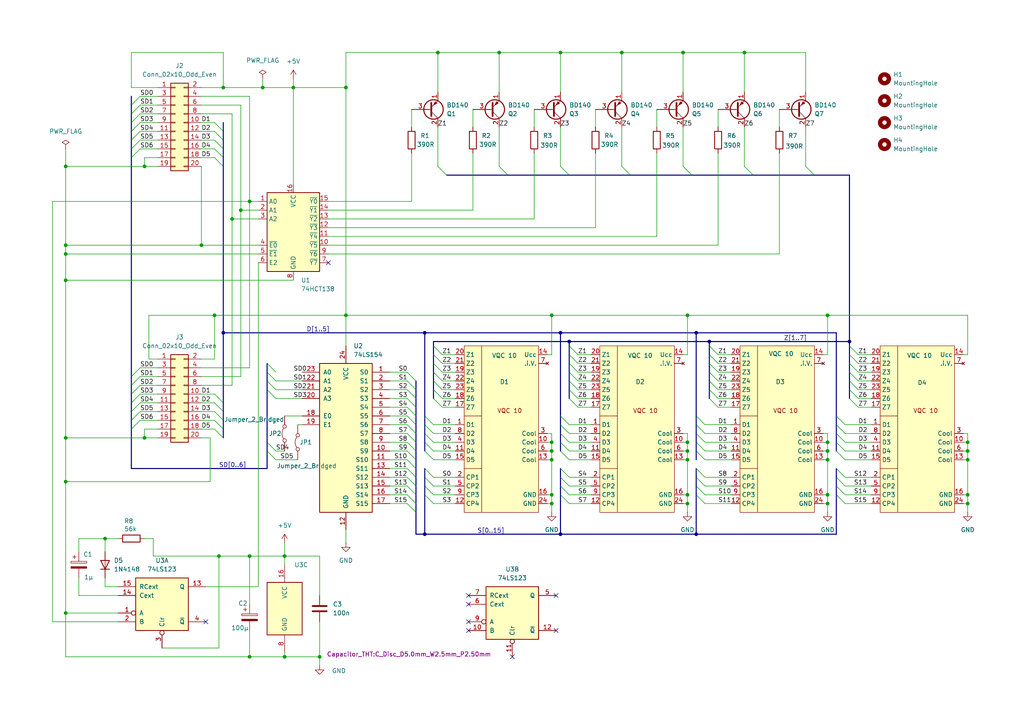
<source format=kicad_sch>
(kicad_sch (version 20250114) (generator "eeschema") (generator_version "9.0")
  (paper "A4")
  (title_block (title "8x VQC10 ohne Controller") (date "2024-05-01") (rev "1.0"))
  (junction (at 19.05 139.7))
  (junction (at 62.23 91.44))
  (junction (at 100.33 91.44))
  (junction (at 76.2 25.4))
  (junction (at 72.39 190.5))
  (junction (at 215.9 15.24))
  (junction (at 280.67 133.35))
  (junction (at 63.5 161.29))
  (junction (at 19.05 177.8))
  (junction (at 240.03 146.05))
  (junction (at 100.33 25.4))
  (junction (at 280.67 146.05))
  (junction (at 72.39 58.42))
  (junction (at 240.03 128.27))
  (junction (at 85.09 25.4))
  (junction (at 72.39 161.29))
  (junction (at 64.77 25.4))
  (junction (at 64.77 96.52))
  (junction (at 67.31 63.5))
  (junction (at 280.67 128.27))
  (junction (at 240.03 143.51))
  (junction (at 199.39 143.51))
  (junction (at 201.93 154.94))
  (junction (at 123.19 96.52))
  (junction (at 58.42 71.12))
  (junction (at 199.39 91.44))
  (junction (at 19.05 81.28))
  (junction (at 165.1 99.06))
  (junction (at 246.38 99.06))
  (junction (at 92.71 190.5))
  (junction (at 69.85 60.96))
  (junction (at 162.56 154.94))
  (junction (at 19.05 127))
  (junction (at 82.55 161.29))
  (junction (at 180.34 15.24))
  (junction (at 127 15.24))
  (junction (at 240.03 133.35))
  (junction (at 160.02 91.44))
  (junction (at 240.03 91.44))
  (junction (at 19.05 71.12))
  (junction (at 123.19 154.94))
  (junction (at 19.05 48.26))
  (junction (at 162.56 15.24))
  (junction (at 162.56 96.52))
  (junction (at 199.39 146.05))
  (junction (at 30.48 156.21))
  (junction (at 41.91 127))
  (junction (at 160.02 133.35))
  (junction (at 280.67 143.51))
  (junction (at 160.02 130.81))
  (junction (at 199.39 130.81))
  (junction (at 198.12 15.24))
  (junction (at 280.67 130.81))
  (junction (at 19.05 73.66))
  (junction (at 199.39 133.35))
  (junction (at 205.74 99.06))
  (junction (at 201.93 96.52))
  (junction (at 160.02 146.05))
  (junction (at 160.02 143.51))
  (junction (at 199.39 128.27))
  (junction (at 82.55 190.5))
  (junction (at 240.03 130.81))
  (junction (at 144.78 15.24))
  (junction (at 41.91 48.26))
  (junction (at 160.02 128.27))
  (no_connect (at 161.29 172.72))
  (no_connect (at 161.29 182.88))
  (no_connect (at 135.89 180.34))
  (no_connect (at 95.25 76.2))
  (no_connect (at 135.89 172.72))
  (no_connect (at 135.89 175.26))
  (no_connect (at 135.89 182.88))
  (no_connect (at 59.69 180.34))
  (no_connect (at 148.59 190.5))
  (bus_entry (at 123.19 125.73) (size 2.54 2.54))
  (bus_entry (at 246.38 113.03) (size 2.54 2.54))
  (bus_entry (at 38.1 114.3) (size 2.54 -2.54))
  (bus_entry (at 77.47 110.49) (size 2.54 2.54))
  (bus_entry (at 205.74 113.03) (size 2.54 2.54))
  (bus_entry (at 162.56 120.65) (size 2.54 2.54))
  (bus_entry (at 205.74 107.95) (size 2.54 2.54))
  (bus_entry (at 165.1 113.03) (size 2.54 2.54))
  (bus_entry (at 118.11 120.65) (size 2.54 2.54))
  (bus_entry (at 38.1 109.22) (size 2.54 -2.54))
  (bus_entry (at 165.1 110.49) (size 2.54 2.54))
  (bus_entry (at 64.77 127) (size -2.54 -2.54))
  (bus_entry (at 38.1 124.46) (size 2.54 -2.54))
  (bus_entry (at 118.11 123.19) (size 2.54 2.54))
  (bus_entry (at 205.74 102.87) (size 2.54 2.54))
  (bus_entry (at 162.56 123.19) (size 2.54 2.54))
  (bus_entry (at 118.11 125.73) (size 2.54 2.54))
  (bus_entry (at 165.1 115.57) (size 2.54 2.54))
  (bus_entry (at 242.57 130.81) (size 2.54 2.54))
  (bus_entry (at 246.38 115.57) (size 2.54 2.54))
  (bus_entry (at 38.1 30.48) (size 2.54 -2.54))
  (bus_entry (at 77.47 113.03) (size 2.54 2.54))
  (bus_entry (at 162.56 125.73) (size 2.54 2.54))
  (bus_entry (at 64.77 48.26) (size -2.54 -2.54))
  (bus_entry (at 125.73 115.57) (size 2.54 2.54))
  (bus_entry (at 125.73 113.03) (size 2.54 2.54))
  (bus_entry (at 162.56 140.97) (size 2.54 2.54))
  (bus_entry (at 165.1 105.41) (size 2.54 2.54))
  (bus_entry (at 242.57 140.97) (size 2.54 2.54))
  (bus_entry (at 201.93 125.73) (size 2.54 2.54))
  (bus_entry (at 118.11 130.81) (size 2.54 2.54))
  (bus_entry (at 38.1 40.64) (size 2.54 -2.54))
  (bus_entry (at 38.1 121.92) (size 2.54 -2.54))
  (bus_entry (at 125.73 102.87) (size 2.54 2.54))
  (bus_entry (at 201.93 128.27) (size 2.54 2.54))
  (bus_entry (at 38.1 35.56) (size 2.54 -2.54))
  (bus_entry (at 77.47 105.41) (size 2.54 2.54))
  (bus_entry (at 118.11 118.11) (size 2.54 2.54))
  (bus_entry (at 38.1 111.76) (size 2.54 -2.54))
  (bus_entry (at 162.56 128.27) (size 2.54 2.54))
  (bus_entry (at 125.73 107.95) (size 2.54 2.54))
  (bus_entry (at 77.47 130.81) (size 2.54 2.54))
  (bus_entry (at 123.19 123.19) (size 2.54 2.54))
  (bus_entry (at 246.38 105.41) (size 2.54 2.54))
  (bus_entry (at 201.93 138.43) (size 2.54 2.54))
  (bus_entry (at 77.47 128.27) (size 2.54 2.54))
  (bus_entry (at 201.93 123.19) (size 2.54 2.54))
  (bus_entry (at 201.93 140.97) (size 2.54 2.54))
  (bus_entry (at 201.93 143.51) (size 2.54 2.54))
  (bus_entry (at 242.57 120.65) (size 2.54 2.54))
  (bus_entry (at 123.19 140.97) (size 2.54 2.54))
  (bus_entry (at 118.11 107.95) (size 2.54 2.54))
  (bus_entry (at 165.1 100.33) (size 2.54 2.54))
  (bus_entry (at 38.1 33.02) (size 2.54 -2.54))
  (bus_entry (at 200.66 50.8) (size -2.54 -2.54))
  (bus_entry (at 201.93 120.65) (size 2.54 2.54))
  (bus_entry (at 125.73 110.49) (size 2.54 2.54))
  (bus_entry (at 123.19 128.27) (size 2.54 2.54))
  (bus_entry (at 64.77 124.46) (size -2.54 -2.54))
  (bus_entry (at 38.1 45.72) (size 2.54 -2.54))
  (bus_entry (at 118.11 133.35) (size 2.54 2.54))
  (bus_entry (at 242.57 143.51) (size 2.54 2.54))
  (bus_entry (at 242.57 138.43) (size 2.54 2.54))
  (bus_entry (at 123.19 138.43) (size 2.54 2.54))
  (bus_entry (at 246.38 102.87) (size 2.54 2.54))
  (bus_entry (at 38.1 43.18) (size 2.54 -2.54))
  (bus_entry (at 123.19 130.81) (size 2.54 2.54))
  (bus_entry (at 118.11 135.89) (size 2.54 2.54))
  (bus_entry (at 64.77 43.18) (size -2.54 -2.54))
  (bus_entry (at 205.74 105.41) (size 2.54 2.54))
  (bus_entry (at 236.22 50.8) (size -2.54 -2.54))
  (bus_entry (at 38.1 116.84) (size 2.54 -2.54))
  (bus_entry (at 118.11 128.27) (size 2.54 2.54))
  (bus_entry (at 118.11 113.03) (size 2.54 2.54))
  (bus_entry (at 118.11 115.57) (size 2.54 2.54))
  (bus_entry (at 165.1 102.87) (size 2.54 2.54))
  (bus_entry (at 205.74 100.33) (size 2.54 2.54))
  (bus_entry (at 125.73 105.41) (size 2.54 2.54))
  (bus_entry (at 118.11 143.51) (size 2.54 2.54))
  (bus_entry (at 246.38 110.49) (size 2.54 2.54))
  (bus_entry (at 162.56 143.51) (size 2.54 2.54))
  (bus_entry (at 162.56 135.89) (size 2.54 2.54))
  (bus_entry (at 205.74 115.57) (size 2.54 2.54))
  (bus_entry (at 64.77 116.84) (size -2.54 -2.54))
  (bus_entry (at 123.19 135.89) (size 2.54 2.54))
  (bus_entry (at 242.57 125.73) (size 2.54 2.54))
  (bus_entry (at 123.19 120.65) (size 2.54 2.54))
  (bus_entry (at 125.73 100.33) (size 2.54 2.54))
  (bus_entry (at 246.38 100.33) (size 2.54 2.54))
  (bus_entry (at 162.56 138.43) (size 2.54 2.54))
  (bus_entry (at 218.44 50.8) (size -2.54 -2.54))
  (bus_entry (at 242.57 123.19) (size 2.54 2.54))
  (bus_entry (at 165.1 50.8) (size -2.54 -2.54))
  (bus_entry (at 118.11 146.05) (size 2.54 2.54))
  (bus_entry (at 123.19 143.51) (size 2.54 2.54))
  (bus_entry (at 147.32 50.8) (size -2.54 -2.54))
  (bus_entry (at 242.57 135.89) (size 2.54 2.54))
  (bus_entry (at 38.1 119.38) (size 2.54 -2.54))
  (bus_entry (at 165.1 107.95) (size 2.54 2.54))
  (bus_entry (at 64.77 45.72) (size -2.54 -2.54))
  (bus_entry (at 64.77 38.1) (size -2.54 -2.54))
  (bus_entry (at 205.74 110.49) (size 2.54 2.54))
  (bus_entry (at 201.93 130.81) (size 2.54 2.54))
  (bus_entry (at 242.57 128.27) (size 2.54 2.54))
  (bus_entry (at 201.93 135.89) (size 2.54 2.54))
  (bus_entry (at 64.77 121.92) (size -2.54 -2.54))
  (bus_entry (at 38.1 38.1) (size 2.54 -2.54))
  (bus_entry (at 246.38 107.95) (size 2.54 2.54))
  (bus_entry (at 118.11 138.43) (size 2.54 2.54))
  (bus_entry (at 120.65 143.51) (size -2.54 -2.54))
  (bus_entry (at 118.11 110.49) (size 2.54 2.54))
  (bus_entry (at 77.47 107.95) (size 2.54 2.54))
  (bus_entry (at 64.77 40.64) (size -2.54 -2.54))
  (bus_entry (at 182.88 50.8) (size -2.54 -2.54))
  (bus_entry (at 162.56 130.81) (size 2.54 2.54))
  (bus_entry (at 64.77 119.38) (size -2.54 -2.54))
  (bus_entry (at 129.54 50.8) (size -2.54 -2.54))
  (bus (pts (xy 200.66 50.8) (xy 218.44 50.8)))
  (wire (pts (xy 100.33 15.24) (xy 100.33 25.4)))
  (bus (pts (xy 64.77 40.64) (xy 64.77 43.18)))
  (wire (pts (xy 238.76 133.35) (xy 240.03 133.35)))
  (wire (pts (xy 127 36.83) (xy 127 48.26)))
  (bus (pts (xy 64.77 96.52) (xy 123.19 96.52)))
  (bus (pts (xy 38.1 109.22) (xy 38.1 111.76)))
  (wire (pts (xy 158.75 146.05) (xy 160.02 146.05)))
  (wire (pts (xy 238.76 143.51) (xy 240.03 143.51)))
  (wire (pts (xy 198.12 130.81) (xy 199.39 130.81)))
  (wire (pts (xy 72.39 182.88) (xy 72.39 190.5)))
  (wire (pts (xy 245.11 146.05) (xy 252.73 146.05)))
  (wire (pts (xy 69.85 60.96) (xy 74.93 60.96)))
  (wire (pts (xy 190.5 44.45) (xy 190.5 68.58)))
  (bus (pts (xy 38.1 114.3) (xy 38.1 116.84)))
  (wire (pts (xy 204.47 123.19) (xy 212.09 123.19)))
  (wire (pts (xy 62.23 91.44) (xy 100.33 91.44)))
  (bus (pts (xy 165.1 100.33) (xy 165.1 102.87)))
  (wire (pts (xy 92.71 190.5) (xy 92.71 193.04)))
  (wire (pts (xy 58.42 35.56) (xy 62.23 35.56)))
  (wire (pts (xy 125.73 125.73) (xy 132.08 125.73)))
  (wire (pts (xy 165.1 133.35) (xy 171.45 133.35)))
  (bus (pts (xy 165.1 113.03) (xy 165.1 115.57)))
  (wire (pts (xy 245.11 128.27) (xy 252.73 128.27)))
  (wire (pts (xy 128.27 115.57) (xy 132.08 115.57)))
  (bus (pts (xy 162.56 96.52) (xy 201.93 96.52)))
  (wire (pts (xy 64.77 25.4) (xy 76.2 25.4)))
  (wire (pts (xy 100.33 25.4) (xy 100.33 91.44)))
  (wire (pts (xy 30.48 170.18) (xy 34.29 170.18)))
  (wire (pts (xy 144.78 36.83) (xy 144.78 48.26)))
  (wire (pts (xy 72.39 161.29) (xy 82.55 161.29)))
  (wire (pts (xy 204.47 140.97) (xy 212.09 140.97)))
  (bus (pts (xy 38.1 27.94) (xy 38.1 30.48)))
  (wire (pts (xy 167.64 107.95) (xy 171.45 107.95)))
  (bus (pts (xy 242.57 125.73) (xy 242.57 123.19)))
  (wire (pts (xy 167.64 115.57) (xy 171.45 115.57)))
  (wire (pts (xy 113.03 107.95) (xy 118.11 107.95)))
  (wire (pts (xy 248.92 107.95) (xy 252.73 107.95)))
  (bus (pts (xy 205.74 100.33) (xy 205.74 102.87)))
  (wire (pts (xy 119.38 44.45) (xy 119.38 58.42)))
  (wire (pts (xy 199.39 128.27) (xy 199.39 130.81)))
  (bus (pts (xy 246.38 113.03) (xy 246.38 115.57)))
  (wire (pts (xy 72.39 106.68) (xy 58.42 106.68)))
  (bus (pts (xy 120.65 148.59) (xy 120.65 154.94)))
  (wire (pts (xy 125.73 128.27) (xy 132.08 128.27)))
  (wire (pts (xy 44.45 156.21) (xy 44.45 161.29)))
  (wire (pts (xy 113.03 120.65) (xy 118.11 120.65)))
  (wire (pts (xy 208.28 115.57) (xy 212.09 115.57)))
  (wire (pts (xy 113.03 138.43) (xy 118.11 138.43)))
  (wire (pts (xy 19.05 127) (xy 41.91 127)))
  (wire (pts (xy 19.05 177.8) (xy 34.29 177.8)))
  (wire (pts (xy 233.68 26.67) (xy 233.68 15.24)))
  (wire (pts (xy 125.73 138.43) (xy 132.08 138.43)))
  (wire (pts (xy 128.27 102.87) (xy 132.08 102.87)))
  (wire (pts (xy 128.27 118.11) (xy 132.08 118.11)))
  (wire (pts (xy 167.64 113.03) (xy 171.45 113.03)))
  (wire (pts (xy 80.01 130.81) (xy 82.55 130.81)))
  (wire (pts (xy 34.29 156.21) (xy 30.48 156.21)))
  (wire (pts (xy 144.78 15.24) (xy 144.78 26.67)))
  (wire (pts (xy 198.12 36.83) (xy 198.12 48.26)))
  (wire (pts (xy 19.05 190.5) (xy 72.39 190.5)))
  (wire (pts (xy 100.33 91.44) (xy 100.33 100.33)))
  (bus (pts (xy 242.57 128.27) (xy 242.57 125.73)))
  (wire (pts (xy 40.64 109.22) (xy 45.72 109.22)))
  (wire (pts (xy 92.71 172.72) (xy 92.71 161.29)))
  (wire (pts (xy 40.64 30.48) (xy 45.72 30.48)))
  (bus (pts (xy 162.56 135.89) (xy 162.56 138.43)))
  (wire (pts (xy 38.1 25.4) (xy 45.72 25.4)))
  (wire (pts (xy 113.03 146.05) (xy 118.11 146.05)))
  (wire (pts (xy 208.28 44.45) (xy 208.28 71.12)))
  (wire (pts (xy 58.42 30.48) (xy 69.85 30.48)))
  (wire (pts (xy 46.99 187.96) (xy 63.5 187.96)))
  (wire (pts (xy 279.4 102.87) (xy 280.67 102.87)))
  (wire (pts (xy 167.64 118.11) (xy 171.45 118.11)))
  (bus (pts (xy 125.73 100.33) (xy 125.73 102.87)))
  (wire (pts (xy 198.12 15.24) (xy 215.9 15.24)))
  (wire (pts (xy 165.1 146.05) (xy 171.45 146.05)))
  (wire (pts (xy 208.28 105.41) (xy 212.09 105.41)))
  (wire (pts (xy 245.11 125.73) (xy 252.73 125.73)))
  (bus (pts (xy 123.19 120.65) (xy 123.19 123.19)))
  (wire (pts (xy 58.42 71.12) (xy 74.93 71.12)))
  (bus (pts (xy 205.74 107.95) (xy 205.74 110.49)))
  (wire (pts (xy 208.28 102.87) (xy 212.09 102.87)))
  (wire (pts (xy 226.06 73.66) (xy 95.25 73.66)))
  (bus (pts (xy 242.57 123.19) (xy 242.57 120.65)))
  (wire (pts (xy 40.64 38.1) (xy 45.72 38.1)))
  (wire (pts (xy 280.67 146.05) (xy 280.67 148.59)))
  (wire (pts (xy 40.64 27.94) (xy 45.72 27.94)))
  (wire (pts (xy 45.72 124.46) (xy 41.91 124.46)))
  (bus (pts (xy 125.73 105.41) (xy 125.73 107.95)))
  (bus (pts (xy 129.54 50.8) (xy 147.32 50.8)))
  (bus (pts (xy 38.1 116.84) (xy 38.1 119.38)))
  (wire (pts (xy 180.34 15.24) (xy 198.12 15.24)))
  (wire (pts (xy 158.75 125.73) (xy 160.02 125.73)))
  (wire (pts (xy 113.03 115.57) (xy 118.11 115.57)))
  (bus (pts (xy 123.19 138.43) (xy 123.19 140.97)))
  (wire (pts (xy 167.64 102.87) (xy 171.45 102.87)))
  (wire (pts (xy 113.03 123.19) (xy 118.11 123.19)))
  (wire (pts (xy 19.05 81.28) (xy 85.09 81.28)))
  (bus (pts (xy 201.93 154.94) (xy 242.57 154.94)))
  (wire (pts (xy 85.09 25.4) (xy 100.33 25.4)))
  (wire (pts (xy 58.42 124.46) (xy 62.23 124.46)))
  (wire (pts (xy 158.75 128.27) (xy 160.02 128.27)))
  (bus (pts (xy 38.1 43.18) (xy 38.1 45.72)))
  (bus (pts (xy 120.65 128.27) (xy 120.65 130.81)))
  (wire (pts (xy 240.03 125.73) (xy 240.03 128.27)))
  (bus (pts (xy 242.57 138.43) (xy 242.57 140.97)))
  (bus (pts (xy 246.38 100.33) (xy 246.38 102.87)))
  (bus (pts (xy 38.1 121.92) (xy 38.1 124.46)))
  (bus (pts (xy 162.56 120.65) (xy 162.56 123.19)))
  (wire (pts (xy 160.02 143.51) (xy 160.02 146.05)))
  (bus (pts (xy 38.1 38.1) (xy 38.1 40.64)))
  (wire (pts (xy 172.72 66.04) (xy 95.25 66.04)))
  (wire (pts (xy 19.05 81.28) (xy 19.05 127)))
  (wire (pts (xy 58.42 33.02) (xy 67.31 33.02)))
  (wire (pts (xy 85.09 25.4) (xy 85.09 53.34)))
  (wire (pts (xy 41.91 45.72) (xy 41.91 48.26)))
  (bus (pts (xy 120.65 146.05) (xy 120.65 148.59)))
  (wire (pts (xy 162.56 36.83) (xy 162.56 48.26)))
  (wire (pts (xy 58.42 40.64) (xy 62.23 40.64)))
  (bus (pts (xy 123.19 128.27) (xy 123.19 130.81)))
  (wire (pts (xy 85.09 22.86) (xy 85.09 25.4)))
  (bus (pts (xy 165.1 99.06) (xy 205.74 99.06)))
  (wire (pts (xy 41.91 127) (xy 45.72 127)))
  (bus (pts (xy 201.93 143.51) (xy 201.93 154.94)))
  (bus (pts (xy 162.56 123.19) (xy 162.56 125.73)))
  (wire (pts (xy 80.01 133.35) (xy 86.36 133.35)))
  (wire (pts (xy 40.64 43.18) (xy 45.72 43.18)))
  (wire (pts (xy 208.28 107.95) (xy 212.09 107.95)))
  (wire (pts (xy 128.27 107.95) (xy 132.08 107.95)))
  (bus (pts (xy 77.47 128.27) (xy 77.47 130.81)))
  (wire (pts (xy 58.42 127) (xy 60.96 127)))
  (bus (pts (xy 38.1 33.02) (xy 38.1 35.56)))
  (wire (pts (xy 160.02 133.35) (xy 160.02 143.51)))
  (wire (pts (xy 113.03 133.35) (xy 118.11 133.35)))
  (wire (pts (xy 58.42 114.3) (xy 62.23 114.3)))
  (wire (pts (xy 154.94 63.5) (xy 95.25 63.5)))
  (wire (pts (xy 119.38 58.42) (xy 95.25 58.42)))
  (wire (pts (xy 74.93 76.2) (xy 74.93 170.18)))
  (wire (pts (xy 60.96 127) (xy 60.96 139.7)))
  (wire (pts (xy 72.39 27.94) (xy 72.39 58.42)))
  (bus (pts (xy 205.74 99.06) (xy 246.38 99.06)))
  (bus (pts (xy 120.65 138.43) (xy 120.65 140.97)))
  (bus (pts (xy 201.93 120.65) (xy 201.93 123.19)))
  (wire (pts (xy 199.39 143.51) (xy 199.39 146.05)))
  (wire (pts (xy 82.55 161.29) (xy 82.55 163.83)))
  (wire (pts (xy 125.73 123.19) (xy 132.08 123.19)))
  (wire (pts (xy 238.76 146.05) (xy 240.03 146.05)))
  (wire (pts (xy 100.33 91.44) (xy 160.02 91.44)))
  (wire (pts (xy 198.12 128.27) (xy 199.39 128.27)))
  (bus (pts (xy 218.44 50.8) (xy 236.22 50.8)))
  (wire (pts (xy 19.05 48.26) (xy 41.91 48.26)))
  (wire (pts (xy 30.48 167.64) (xy 30.48 170.18)))
  (wire (pts (xy 248.92 118.11) (xy 252.73 118.11)))
  (wire (pts (xy 279.4 125.73) (xy 280.67 125.73)))
  (wire (pts (xy 144.78 15.24) (xy 162.56 15.24)))
  (bus (pts (xy 165.1 107.95) (xy 165.1 110.49)))
  (wire (pts (xy 43.18 104.14) (xy 45.72 104.14)))
  (wire (pts (xy 204.47 143.51) (xy 212.09 143.51)))
  (wire (pts (xy 215.9 36.83) (xy 215.9 48.26)))
  (wire (pts (xy 82.55 157.48) (xy 82.55 161.29)))
  (bus (pts (xy 201.93 123.19) (xy 201.93 125.73)))
  (wire (pts (xy 113.03 140.97) (xy 118.11 140.97)))
  (wire (pts (xy 19.05 71.12) (xy 19.05 73.66)))
  (bus (pts (xy 123.19 143.51) (xy 123.19 154.94)))
  (wire (pts (xy 199.39 130.81) (xy 199.39 133.35)))
  (wire (pts (xy 280.67 133.35) (xy 280.67 130.81)))
  (wire (pts (xy 100.33 153.67) (xy 100.33 157.48)))
  (bus (pts (xy 201.93 140.97) (xy 201.93 143.51)))
  (wire (pts (xy 64.77 15.24) (xy 64.77 25.4)))
  (wire (pts (xy 280.67 146.05) (xy 280.67 143.51)))
  (wire (pts (xy 58.42 45.72) (xy 62.23 45.72)))
  (bus (pts (xy 120.65 120.65) (xy 120.65 123.19)))
  (wire (pts (xy 165.1 123.19) (xy 171.45 123.19)))
  (wire (pts (xy 38.1 15.24) (xy 64.77 15.24)))
  (wire (pts (xy 165.1 128.27) (xy 171.45 128.27)))
  (bus (pts (xy 246.38 99.06) (xy 246.38 100.33)))
  (wire (pts (xy 100.33 15.24) (xy 127 15.24)))
  (wire (pts (xy 67.31 111.76) (xy 58.42 111.76)))
  (wire (pts (xy 208.28 110.49) (xy 212.09 110.49)))
  (wire (pts (xy 199.39 146.05) (xy 199.39 148.59)))
  (wire (pts (xy 160.02 91.44) (xy 199.39 91.44)))
  (bus (pts (xy 64.77 121.92) (xy 64.77 124.46)))
  (bus (pts (xy 201.93 96.52) (xy 201.93 120.65)))
  (wire (pts (xy 172.72 31.75) (xy 172.72 36.83)))
  (wire (pts (xy 58.42 119.38) (xy 62.23 119.38)))
  (wire (pts (xy 208.28 113.03) (xy 212.09 113.03)))
  (wire (pts (xy 125.73 146.05) (xy 132.08 146.05)))
  (wire (pts (xy 62.23 104.14) (xy 62.23 91.44)))
  (wire (pts (xy 233.68 36.83) (xy 233.68 48.26)))
  (wire (pts (xy 19.05 139.7) (xy 19.05 177.8)))
  (wire (pts (xy 69.85 60.96) (xy 69.85 109.22)))
  (wire (pts (xy 238.76 102.87) (xy 240.03 102.87)))
  (wire (pts (xy 58.42 104.14) (xy 62.23 104.14)))
  (wire (pts (xy 279.4 130.81) (xy 280.67 130.81)))
  (wire (pts (xy 82.55 189.23) (xy 82.55 190.5)))
  (wire (pts (xy 82.55 120.65) (xy 87.63 120.65)))
  (wire (pts (xy 41.91 156.21) (xy 44.45 156.21)))
  (wire (pts (xy 58.42 116.84) (xy 62.23 116.84)))
  (bus (pts (xy 125.73 110.49) (xy 125.73 113.03)))
  (wire (pts (xy 137.16 44.45) (xy 137.16 60.96)))
  (bus (pts (xy 38.1 119.38) (xy 38.1 121.92)))
  (wire (pts (xy 279.4 128.27) (xy 280.67 128.27)))
  (wire (pts (xy 113.03 125.73) (xy 118.11 125.73)))
  (bus (pts (xy 205.74 105.41) (xy 205.74 107.95)))
  (bus (pts (xy 123.19 96.52) (xy 123.19 120.65)))
  (bus (pts (xy 162.56 138.43) (xy 162.56 140.97)))
  (wire (pts (xy 40.64 33.02) (xy 45.72 33.02)))
  (wire (pts (xy 92.71 161.29) (xy 82.55 161.29)))
  (wire (pts (xy 245.11 133.35) (xy 252.73 133.35)))
  (wire (pts (xy 245.11 130.81) (xy 252.73 130.81)))
  (wire (pts (xy 34.29 180.34) (xy 15.24 180.34)))
  (bus (pts (xy 147.32 50.8) (xy 165.1 50.8)))
  (bus (pts (xy 246.38 102.87) (xy 246.38 105.41)))
  (wire (pts (xy 72.39 58.42) (xy 74.93 58.42)))
  (bus (pts (xy 205.74 110.49) (xy 205.74 113.03)))
  (wire (pts (xy 87.63 123.19) (xy 86.36 123.19)))
  (wire (pts (xy 67.31 33.02) (xy 67.31 63.5)))
  (wire (pts (xy 128.27 105.41) (xy 132.08 105.41)))
  (bus (pts (xy 242.57 96.52) (xy 242.57 120.65)))
  (bus (pts (xy 64.77 35.56) (xy 64.77 38.1)))
  (wire (pts (xy 158.75 143.51) (xy 160.02 143.51)))
  (wire (pts (xy 41.91 124.46) (xy 41.91 127)))
  (wire (pts (xy 279.4 143.51) (xy 280.67 143.51)))
  (wire (pts (xy 160.02 146.05) (xy 160.02 148.59)))
  (wire (pts (xy 72.39 190.5) (xy 82.55 190.5)))
  (wire (pts (xy 180.34 15.24) (xy 180.34 26.67)))
  (wire (pts (xy 280.67 91.44) (xy 280.67 102.87)))
  (bus (pts (xy 162.56 154.94) (xy 201.93 154.94)))
  (wire (pts (xy 40.64 119.38) (xy 45.72 119.38)))
  (wire (pts (xy 137.16 31.75) (xy 137.16 36.83)))
  (wire (pts (xy 199.39 91.44) (xy 199.39 102.87)))
  (wire (pts (xy 19.05 48.26) (xy 19.05 71.12)))
  (wire (pts (xy 15.24 58.42) (xy 72.39 58.42)))
  (wire (pts (xy 127 26.67) (xy 127 15.24)))
  (wire (pts (xy 43.18 91.44) (xy 62.23 91.44)))
  (wire (pts (xy 40.64 114.3) (xy 45.72 114.3)))
  (wire (pts (xy 60.96 139.7) (xy 19.05 139.7)))
  (bus (pts (xy 120.65 143.51) (xy 120.65 146.05)))
  (bus (pts (xy 201.93 135.89) (xy 201.93 138.43)))
  (wire (pts (xy 199.39 91.44) (xy 240.03 91.44)))
  (wire (pts (xy 76.2 22.86) (xy 76.2 25.4)))
  (bus (pts (xy 123.19 125.73) (xy 123.19 128.27)))
  (wire (pts (xy 162.56 15.24) (xy 180.34 15.24)))
  (wire (pts (xy 238.76 125.73) (xy 240.03 125.73)))
  (bus (pts (xy 38.1 45.72) (xy 38.1 109.22)))
  (bus (pts (xy 64.77 96.52) (xy 64.77 116.84)))
  (wire (pts (xy 74.93 170.18) (xy 59.69 170.18)))
  (wire (pts (xy 208.28 118.11) (xy 212.09 118.11)))
  (bus (pts (xy 123.19 123.19) (xy 123.19 125.73)))
  (wire (pts (xy 280.67 125.73) (xy 280.67 128.27)))
  (bus (pts (xy 205.74 99.06) (xy 205.74 100.33)))
  (wire (pts (xy 160.02 125.73) (xy 160.02 128.27)))
  (wire (pts (xy 226.06 44.45) (xy 226.06 73.66)))
  (wire (pts (xy 204.47 138.43) (xy 212.09 138.43)))
  (wire (pts (xy 279.4 133.35) (xy 280.67 133.35)))
  (bus (pts (xy 120.65 140.97) (xy 120.65 143.51)))
  (wire (pts (xy 165.1 130.81) (xy 171.45 130.81)))
  (wire (pts (xy 19.05 73.66) (xy 19.05 81.28)))
  (bus (pts (xy 64.77 124.46) (xy 64.77 127)))
  (bus (pts (xy 38.1 40.64) (xy 38.1 43.18)))
  (wire (pts (xy 82.55 190.5) (xy 92.71 190.5)))
  (bus (pts (xy 201.93 125.73) (xy 201.93 128.27)))
  (wire (pts (xy 119.38 31.75) (xy 119.38 36.83)))
  (bus (pts (xy 38.1 124.46) (xy 38.1 135.89)))
  (bus (pts (xy 77.47 130.81) (xy 77.47 135.89)))
  (bus (pts (xy 38.1 30.48) (xy 38.1 33.02)))
  (bus (pts (xy 201.93 128.27) (xy 201.93 130.81)))
  (wire (pts (xy 240.03 91.44) (xy 240.03 102.87)))
  (bus (pts (xy 120.65 118.11) (xy 120.65 120.65)))
  (wire (pts (xy 19.05 127) (xy 19.05 139.7)))
  (wire (pts (xy 58.42 27.94) (xy 72.39 27.94)))
  (wire (pts (xy 72.39 175.26) (xy 72.39 161.29)))
  (wire (pts (xy 41.91 48.26) (xy 45.72 48.26)))
  (bus (pts (xy 162.56 140.97) (xy 162.56 143.51)))
  (wire (pts (xy 240.03 130.81) (xy 240.03 133.35)))
  (wire (pts (xy 204.47 128.27) (xy 212.09 128.27)))
  (bus (pts (xy 182.88 50.8) (xy 200.66 50.8)))
  (bus (pts (xy 64.77 38.1) (xy 64.77 40.64)))
  (wire (pts (xy 128.27 110.49) (xy 132.08 110.49)))
  (wire (pts (xy 19.05 73.66) (xy 74.93 73.66)))
  (wire (pts (xy 248.92 102.87) (xy 252.73 102.87)))
  (wire (pts (xy 40.64 116.84) (xy 45.72 116.84)))
  (wire (pts (xy 113.03 110.49) (xy 118.11 110.49)))
  (wire (pts (xy 226.06 31.75) (xy 226.06 36.83)))
  (bus (pts (xy 38.1 35.56) (xy 38.1 38.1)))
  (wire (pts (xy 30.48 156.21) (xy 30.48 160.02)))
  (bus (pts (xy 77.47 110.49) (xy 77.47 113.03)))
  (wire (pts (xy 158.75 102.87) (xy 160.02 102.87)))
  (wire (pts (xy 162.56 15.24) (xy 162.56 26.67)))
  (wire (pts (xy 208.28 71.12) (xy 95.25 71.12)))
  (bus (pts (xy 162.56 128.27) (xy 162.56 130.81)))
  (wire (pts (xy 198.12 125.73) (xy 199.39 125.73)))
  (wire (pts (xy 167.64 105.41) (xy 171.45 105.41)))
  (wire (pts (xy 248.92 115.57) (xy 252.73 115.57)))
  (wire (pts (xy 113.03 128.27) (xy 118.11 128.27)))
  (wire (pts (xy 165.1 143.51) (xy 171.45 143.51)))
  (bus (pts (xy 201.93 130.81) (xy 201.93 133.35)))
  (bus (pts (xy 64.77 45.72) (xy 64.77 48.26)))
  (wire (pts (xy 199.39 133.35) (xy 199.39 143.51)))
  (bus (pts (xy 242.57 130.81) (xy 242.57 128.27)))
  (wire (pts (xy 113.03 143.51) (xy 118.11 143.51)))
  (bus (pts (xy 120.65 130.81) (xy 120.65 133.35)))
  (wire (pts (xy 198.12 15.24) (xy 198.12 26.67)))
  (wire (pts (xy 240.03 143.51) (xy 240.03 146.05)))
  (wire (pts (xy 15.24 180.34) (xy 15.24 58.42)))
  (wire (pts (xy 165.1 140.97) (xy 171.45 140.97)))
  (wire (pts (xy 198.12 143.51) (xy 199.39 143.51)))
  (wire (pts (xy 248.92 113.03) (xy 252.73 113.03)))
  (wire (pts (xy 22.86 167.64) (xy 22.86 172.72)))
  (wire (pts (xy 19.05 177.8) (xy 19.05 190.5)))
  (wire (pts (xy 40.64 40.64) (xy 45.72 40.64)))
  (bus (pts (xy 123.19 96.52) (xy 162.56 96.52)))
  (wire (pts (xy 204.47 146.05) (xy 212.09 146.05)))
  (wire (pts (xy 238.76 128.27) (xy 240.03 128.27)))
  (bus (pts (xy 123.19 140.97) (xy 123.19 143.51)))
  (bus (pts (xy 165.1 102.87) (xy 165.1 105.41)))
  (wire (pts (xy 190.5 68.58) (xy 95.25 68.58)))
  (wire (pts (xy 92.71 180.34) (xy 92.71 190.5)))
  (wire (pts (xy 127 15.24) (xy 144.78 15.24)))
  (wire (pts (xy 63.5 161.29) (xy 72.39 161.29)))
  (wire (pts (xy 113.03 118.11) (xy 118.11 118.11)))
  (wire (pts (xy 113.03 135.89) (xy 118.11 135.89)))
  (bus (pts (xy 120.65 135.89) (xy 120.65 138.43)))
  (wire (pts (xy 154.94 31.75) (xy 154.94 36.83)))
  (wire (pts (xy 69.85 109.22) (xy 58.42 109.22)))
  (bus (pts (xy 64.77 43.18) (xy 64.77 45.72)))
  (wire (pts (xy 280.67 133.35) (xy 280.67 143.51)))
  (bus (pts (xy 123.19 154.94) (xy 162.56 154.94)))
  (wire (pts (xy 125.73 133.35) (xy 132.08 133.35)))
  (wire (pts (xy 22.86 156.21) (xy 22.86 160.02)))
  (bus (pts (xy 165.1 110.49) (xy 165.1 113.03)))
  (wire (pts (xy 248.92 110.49) (xy 252.73 110.49)))
  (wire (pts (xy 69.85 30.48) (xy 69.85 60.96)))
  (bus (pts (xy 236.22 50.8) (xy 246.38 50.8)))
  (bus (pts (xy 64.77 116.84) (xy 64.77 119.38)))
  (wire (pts (xy 204.47 133.35) (xy 212.09 133.35)))
  (wire (pts (xy 113.03 113.03) (xy 118.11 113.03)))
  (wire (pts (xy 240.03 128.27) (xy 240.03 130.81)))
  (wire (pts (xy 125.73 143.51) (xy 132.08 143.51)))
  (bus (pts (xy 77.47 105.41) (xy 77.47 107.95)))
  (wire (pts (xy 22.86 172.72) (xy 34.29 172.72)))
  (wire (pts (xy 58.42 25.4) (xy 64.77 25.4)))
  (wire (pts (xy 30.48 156.21) (xy 22.86 156.21)))
  (wire (pts (xy 63.5 187.96) (xy 63.5 161.29)))
  (bus (pts (xy 242.57 135.89) (xy 242.57 138.43)))
  (wire (pts (xy 204.47 130.81) (xy 212.09 130.81)))
  (bus (pts (xy 165.1 99.06) (xy 125.73 99.06)))
  (bus (pts (xy 77.47 107.95) (xy 77.47 110.49)))
  (bus (pts (xy 246.38 110.49) (xy 246.38 113.03)))
  (wire (pts (xy 45.72 45.72) (xy 41.91 45.72)))
  (bus (pts (xy 246.38 50.8) (xy 246.38 99.06)))
  (wire (pts (xy 279.4 146.05) (xy 280.67 146.05)))
  (wire (pts (xy 165.1 138.43) (xy 171.45 138.43)))
  (bus (pts (xy 120.65 113.03) (xy 120.65 115.57)))
  (bus (pts (xy 38.1 111.76) (xy 38.1 114.3)))
  (wire (pts (xy 245.11 138.43) (xy 252.73 138.43)))
  (bus (pts (xy 125.73 102.87) (xy 125.73 105.41)))
  (wire (pts (xy 245.11 140.97) (xy 252.73 140.97)))
  (wire (pts (xy 167.64 110.49) (xy 171.45 110.49)))
  (wire (pts (xy 198.12 146.05) (xy 199.39 146.05)))
  (wire (pts (xy 160.02 128.27) (xy 160.02 130.81)))
  (bus (pts (xy 125.73 107.95) (xy 125.73 110.49)))
  (bus (pts (xy 120.65 125.73) (xy 120.65 128.27)))
  (wire (pts (xy 154.94 44.45) (xy 154.94 63.5)))
  (bus (pts (xy 201.93 96.52) (xy 242.57 96.52)))
  (wire (pts (xy 19.05 71.12) (xy 58.42 71.12)))
  (wire (pts (xy 238.76 130.81) (xy 240.03 130.81)))
  (wire (pts (xy 80.01 110.49) (xy 87.63 110.49)))
  (wire (pts (xy 240.03 91.44) (xy 280.67 91.44)))
  (bus (pts (xy 38.1 135.89) (xy 77.47 135.89)))
  (wire (pts (xy 125.73 130.81) (xy 132.08 130.81)))
  (wire (pts (xy 215.9 15.24) (xy 215.9 26.67)))
  (bus (pts (xy 242.57 140.97) (xy 242.57 143.51)))
  (wire (pts (xy 76.2 25.4) (xy 85.09 25.4)))
  (bus (pts (xy 205.74 102.87) (xy 205.74 105.41)))
  (bus (pts (xy 162.56 143.51) (xy 162.56 154.94)))
  (bus (pts (xy 123.19 135.89) (xy 123.19 138.43)))
  (wire (pts (xy 215.9 15.24) (xy 233.68 15.24)))
  (bus (pts (xy 165.1 50.8) (xy 182.88 50.8)))
  (wire (pts (xy 240.03 133.35) (xy 240.03 143.51)))
  (wire (pts (xy 40.64 106.68) (xy 45.72 106.68)))
  (wire (pts (xy 160.02 91.44) (xy 160.02 102.87)))
  (wire (pts (xy 67.31 63.5) (xy 67.31 111.76)))
  (wire (pts (xy 280.67 130.81) (xy 280.67 128.27)))
  (wire (pts (xy 58.42 43.18) (xy 62.23 43.18)))
  (wire (pts (xy 172.72 44.45) (xy 172.72 66.04)))
  (bus (pts (xy 246.38 105.41) (xy 246.38 107.95)))
  (wire (pts (xy 160.02 130.81) (xy 160.02 133.35)))
  (bus (pts (xy 64.77 119.38) (xy 64.77 121.92)))
  (wire (pts (xy 72.39 58.42) (xy 72.39 106.68)))
  (wire (pts (xy 165.1 125.73) (xy 171.45 125.73)))
  (wire (pts (xy 40.64 35.56) (xy 45.72 35.56)))
  (wire (pts (xy 43.18 91.44) (xy 43.18 104.14)))
  (wire (pts (xy 198.12 102.87) (xy 199.39 102.87)))
  (bus (pts (xy 77.47 113.03) (xy 77.47 128.27)))
  (wire (pts (xy 245.11 143.51) (xy 252.73 143.51)))
  (bus (pts (xy 162.56 125.73) (xy 162.56 128.27)))
  (bus (pts (xy 242.57 143.51) (xy 242.57 154.94)))
  (bus (pts (xy 120.65 154.94) (xy 123.19 154.94)))
  (bus (pts (xy 125.73 113.03) (xy 125.73 115.57)))
  (wire (pts (xy 204.47 125.73) (xy 212.09 125.73)))
  (bus (pts (xy 201.93 138.43) (xy 201.93 140.97)))
  (wire (pts (xy 58.42 48.26) (xy 58.42 71.12)))
  (wire (pts (xy 19.05 43.18) (xy 19.05 48.26)))
  (bus (pts (xy 120.65 123.19) (xy 120.65 125.73)))
  (bus (pts (xy 120.65 133.35) (xy 120.65 135.89)))
  (wire (pts (xy 128.27 113.03) (xy 132.08 113.03)))
  (bus (pts (xy 162.56 96.52) (xy 162.56 120.65)))
  (wire (pts (xy 180.34 36.83) (xy 180.34 48.26)))
  (wire (pts (xy 44.45 161.29) (xy 63.5 161.29)))
  (wire (pts (xy 80.01 113.03) (xy 87.63 113.03)))
  (wire (pts (xy 80.01 115.57) (xy 87.63 115.57)))
  (bus (pts (xy 165.1 99.06) (xy 165.1 100.33)))
  (wire (pts (xy 158.75 133.35) (xy 160.02 133.35)))
  (wire (pts (xy 198.12 133.35) (xy 199.39 133.35)))
  (wire (pts (xy 38.1 15.24) (xy 38.1 25.4)))
  (bus (pts (xy 165.1 105.41) (xy 165.1 107.95)))
  (wire (pts (xy 58.42 121.92) (xy 62.23 121.92)))
  (wire (pts (xy 40.64 111.76) (xy 45.72 111.76)))
  (bus (pts (xy 64.77 48.26) (xy 64.77 96.52)))
  (wire (pts (xy 113.03 130.81) (xy 118.11 130.81)))
  (wire (pts (xy 245.11 123.19) (xy 252.73 123.19)))
  (bus (pts (xy 120.65 110.49) (xy 120.65 113.03)))
  (wire (pts (xy 199.39 125.73) (xy 199.39 128.27)))
  (wire (pts (xy 240.03 146.05) (xy 240.03 148.59)))
  (wire (pts (xy 40.64 121.92) (xy 45.72 121.92)))
  (wire (pts (xy 190.5 31.75) (xy 190.5 36.83)))
  (bus (pts (xy 120.65 115.57) (xy 120.65 118.11)))
  (bus (pts (xy 125.73 99.06) (xy 125.73 100.33)))
  (wire (pts (xy 158.75 130.81) (xy 160.02 130.81)))
  (bus (pts (xy 246.38 107.95) (xy 246.38 110.49)))
  (wire (pts (xy 67.31 63.5) (xy 74.93 63.5)))
  (bus (pts (xy 205.74 113.03) (xy 205.74 115.57)))
  (wire (pts (xy 137.16 60.96) (xy 95.25 60.96)))
  (wire (pts (xy 208.28 31.75) (xy 208.28 36.83)))
  (wire (pts (xy 248.92 105.41) (xy 252.73 105.41)))
  (wire (pts (xy 58.42 38.1) (xy 62.23 38.1)))
  (wire (pts (xy 125.73 140.97) (xy 132.08 140.97)))
  (label "SD5" (at 40.64 40.64 0))
  (label "Z1" (at 127 36.83 0))
  (label "Z4" (at 128.27 110.49 0))
  (label "Z3" (at 162.56 36.83 0))
  (label "Z4" (at 167.64 110.49 0))
  (label "Z5" (at 128.27 113.03 0))
  (label "S0" (at 128.27 138.43 0))
  (label "D1" (at 248.92 123.19 0))
  (label "D1" (at 58.42 114.3 0))
  (label "SD2" (at 85.09 113.03 0))
  (label "SD4" (at 40.64 38.1 0))
  (label "S13" (at 114.3 140.97 0))
  (label "D2" (at 58.42 38.1 0))
  (label "S0" (at 115.57 107.95 0))
  (label "Z6" (at 167.64 115.57 0))
  (label "S7" (at 115.57 125.73 0))
  (label "Z2" (at 144.78 36.83 0))
  (label "Z[1..7]" (at 227.33 99.06 0))
  (label "D1" (at 208.28 123.19 0))
  (label "S7" (at 167.64 146.05 0))
  (label "D5" (at 58.42 45.72 0))
  (label "SD6" (at 40.64 121.92 0))
  (label "D3" (at 208.28 128.27 0))
  (label "D2" (at 208.28 125.73 0))
  (label "Z5" (at 167.64 113.03 0))
  (label "D5" (at 248.92 133.35 0))
  (label "S4" (at 167.64 138.43 0))
  (label "SD1" (at 40.64 109.22 0))
  (label "Z7" (at 167.64 118.11 0))
  (label "SD0" (at 40.64 27.94 0))
  (label "D4" (at 58.42 121.92 0))
  (label "Z3" (at 167.64 107.95 0))
  (label "D1" (at 167.64 123.19 0))
  (label "Z4" (at 208.28 110.49 0))
  (label "Z2" (at 167.64 105.41 0))
  (label "SD5" (at 40.64 119.38 0))
  (label "D4" (at 58.42 43.18 0))
  (label "SD2" (at 40.64 111.76 0))
  (label "Z7" (at 208.28 118.11 0))
  (label "S12" (at 247.65 138.43 0))
  (label "SD1" (at 40.64 30.48 0))
  (label "S12" (at 114.3 138.43 0))
  (label "Z1" (at 248.92 102.87 0))
  (label "Z5" (at 208.28 113.03 0))
  (label "D2" (at 128.27 125.73 0))
  (label "SD3" (at 40.64 35.56 0))
  (label "Z2" (at 208.28 105.41 0))
  (label "Z7" (at 128.27 118.11 0))
  (label "S2" (at 128.27 143.51 0))
  (label "D2" (at 248.92 125.73 0))
  (label "Z4" (at 180.34 36.83 0))
  (label "Z1" (at 128.27 102.87 0))
  (label "S14" (at 247.65 143.51 0))
  (label "Z3" (at 248.92 107.95 0))
  (label "Z7" (at 248.92 118.11 0))
  (label "SD6" (at 40.64 43.18 0))
  (label "Z2" (at 248.92 105.41 0))
  (label "D4" (at 248.92 130.81 0))
  (label "D5" (at 58.42 124.46 0))
  (label "D3" (at 128.27 128.27 0))
  (label "D2" (at 58.42 116.84 0))
  (label "Z6" (at 128.27 115.57 0))
  (label "S4" (at 115.57 118.11 0))
  (label "Z3" (at 128.27 107.95 0))
  (label "SD3" (at 40.64 114.3 0))
  (label "SD0" (at 40.64 106.68 0))
  (label "S5" (at 115.57 120.65 0))
  (label "Z6" (at 248.92 115.57 0))
  (label "D4" (at 128.27 130.81 0))
  (label "Z3" (at 208.28 107.95 0))
  (label "Z1" (at 208.28 102.87 0))
  (label "SD1" (at 85.09 110.49 0))
  (label "S9" (at 115.57 130.81 0))
  (label "S14" (at 114.3 143.51 0))
  (label "D5" (at 208.28 133.35 0))
  (label "D2" (at 167.64 125.73 0))
  (label "SD0" (at 85.09 107.95 0))
  (label "Z6" (at 208.28 115.57 0))
  (label "SD[0..6]" (at 63.5 135.89 0))
  (label "Z5" (at 248.92 113.03 0))
  (label "S6" (at 167.64 143.51 0))
  (label "S[0..15]" (at 138.43 154.94 0))
  (label "D5" (at 128.27 133.35 0))
  (label "S9" (at 208.28 140.97 0))
  (label "S11" (at 208.28 146.05 0))
  (label "SD2" (at 40.64 33.02 0))
  (label "SD4" (at 40.64 116.84 0))
  (label "S15" (at 247.65 146.05 0))
  (label "S10" (at 114.3 133.35 0))
  (label "SD3" (at 85.09 115.57 0))
  (label "S5" (at 167.64 140.97 0))
  (label "S10" (at 208.28 143.51 0))
  (label "Z2" (at 128.27 105.41 0))
  (label "S8" (at 208.28 138.43 0))
  (label "S11" (at 114.3 135.89 0))
  (label "SD5" (at 81.28 133.35 0))
  (label "S1" (at 115.57 110.49 0))
  (label "S15" (at 114.3 146.05 0))
  (label "S1" (at 128.27 140.97 0))
  (label "S6" (at 115.57 123.19 0))
  (label "Z5" (at 198.12 36.83 0))
  (label "D5" (at 167.64 133.35 0))
  (label "D3" (at 58.42 119.38 0))
  (label "S3" (at 128.27 146.05 0))
  (label "D4" (at 208.28 130.81 0))
  (label "Z4" (at 248.92 110.49 0))
  (label "S3" (at 115.57 115.57 0))
  (label "D4" (at 167.64 130.81 0))
  (label "S13" (at 247.65 140.97 0))
  (label "Z7" (at 233.68 36.83 0))
  (label "D1" (at 128.27 123.19 0))
  (label "Z1" (at 167.64 102.87 0))
  (label "D3" (at 58.42 40.64 0))
  (label "Z6" (at 215.9 36.83 0))
  (label "D3" (at 167.64 128.27 0))
  (label "S2" (at 115.57 113.03 0))
  (label "D3" (at 248.92 128.27 0))
  (label "S8" (at 115.57 128.27 0))
  (label "D1" (at 58.42 35.56 0))
  (label "SD4" (at 80.01 130.81 0))
  (label "D[1..5]" (at 88.9 96.52 0))
  (symbol (lib_id "Mechanical:MountingHole") (at 256.54 35.56 0) (unit 1) (exclude_from_sim yes) (in_bom no)
    (property "Reference" "H3" (at 259.08 34.2899 0) (effects (justify left)))
    (property "Value" "MountingHole" (at 259.08 36.8299 0) (effects (justify left)))
    (property "Footprint" "MountingHole:MountingHole_3.2mm_M3" (effects (hide yes)))
    (property "Description" "Mounting Hole without connection" (effects (hide yes)))
  )
  (symbol (lib_id "Device:C_Polarized") (at 72.39 179.07 0) (unit 1)
    (property "Reference" "C2" (at 69.088 175.006 0) (effects (justify left)))
    (property "Value" "100µ" (at 67.056 182.118 0) (effects (justify left)))
    (property "Footprint" "Capacitor_THT:CP_Radial_D6.3mm_P2.50mm" (effects (hide yes)))
    (property "Description" "Polarized capacitor" (effects (hide yes)))
  )
  (symbol (lib_id "Mechanical:MountingHole") (at 256.54 41.91 0) (unit 1) (exclude_from_sim yes) (in_bom no)
    (property "Reference" "H4" (at 259.08 40.6399 0) (effects (justify left)))
    (property "Value" "MountingHole" (at 259.08 43.1799 0) (effects (justify left)))
    (property "Footprint" "MountingHole:MountingHole_3.2mm_M3" (effects (hide yes)))
    (property "Description" "Mounting Hole without connection" (effects (hide yes)))
  )
  (symbol (lib_id "power:GND") (at 100.33 157.48 0) (unit 1)
    (property "Reference" "#PWR06" (effects (hide yes)))
    (property "Value" "GND" (at 100.33 162.56 0))
    (property "Description" "Power symbol creates a global label with name \"GND\" , ground" (effects (hide yes)))
  )
  (symbol (lib_id "power:GND") (at 240.03 148.59 0) (unit 1)
    (property "Reference" "#PWR04" (effects (hide yes)))
    (property "Value" "GND" (at 240.03 153.67 0))
    (property "Description" "Power symbol creates a global label with name \"GND\" , ground" (effects (hide yes)))
  )
  (symbol (lib_id "Device:R") (at 172.72 40.64 0) (unit 1)
    (property "Reference" "R4" (at 175.26 39.3699 0) (effects (justify left)))
    (property "Value" "390R" (at 174.244 41.91 0) (effects (justify left)))
    (property "Footprint" "Resistor_THT:R_Axial_DIN0204_L3.6mm_D1.6mm_P5.08mm_Vertical" (effects (hide yes)))
    (property "Description" "Resistor" (effects (hide yes)))
  )
  (symbol (lib_id "Device:R") (at 119.38 40.64 0) (unit 1)
    (property "Reference" "R1" (at 121.92 39.3699 0) (effects (justify left)))
    (property "Value" "390R" (at 120.904 41.91 0) (effects (justify left)))
    (property "Footprint" "Resistor_THT:R_Axial_DIN0204_L3.6mm_D1.6mm_P5.08mm_Vertical" (effects (hide yes)))
    (property "Description" "Resistor" (effects (hide yes)))
  )
  (symbol (lib_id "power:GND") (at 199.39 148.59 0) (unit 1)
    (property "Reference" "#PWR03" (effects (hide yes)))
    (property "Value" "GND" (at 199.39 153.67 0))
    (property "Description" "Power symbol creates a global label with name \"GND\" , ground" (effects (hide yes)))
  )
  (symbol (lib_id "Jumper:Jumper_2_Bridged") (at 82.55 125.73 90) (unit 1) (exclude_from_sim yes)
    (property "Reference" "JP2" (at 77.978 125.73 90) (effects (justify right)))
    (property "Value" "Jumper_2_Bridged" (at 65.024 121.666 90) (effects (justify right)))
    (property "Footprint" "TestPoint:TestPoint_2Pads_Pitch2.54mm_Drill0.8mm" (effects (hide yes)))
    (property "Description" "Jumper, 2-pole, closed/bridged" (effects (hide yes)))
  )
  (symbol (lib_id "power:GND") (at 160.02 148.59 0) (unit 1)
    (property "Reference" "#PWR02" (effects (hide yes)))
    (property "Value" "GND" (at 160.02 153.67 0))
    (property "Description" "Power symbol creates a global label with name \"GND\" , ground" (effects (hide yes)))
  )
  (symbol (lib_id "Device:R") (at 137.16 40.64 0) (unit 1)
    (property "Reference" "R2" (at 139.7 39.3699 0) (effects (justify left)))
    (property "Value" "390R" (at 138.938 41.91 0) (effects (justify left)))
    (property "Footprint" "Resistor_THT:R_Axial_DIN0204_L3.6mm_D1.6mm_P5.08mm_Vertical" (effects (hide yes)))
    (property "Description" "Resistor" (effects (hide yes)))
  )
  (symbol (lib_id "74xx:74HCT123") (at 148.59 177.8 0) (unit 2)
    (property "Reference" "U3" (at 148.59 165.1 0))
    (property "Value" "74LS123" (at 148.59 167.64 0))
    (property "Footprint" "Package_DIP:DIP-16_W7.62mm_LongPads" (effects (hide yes)))
    (property "Datasheet" "https://assets.nexperia.com/documents/data-sheet/74HC_HCT123.pdf" (effects (hide yes)))
    (property "Description" "Dual retriggerable monostable multivibrator" (effects (hide yes)))
  )
  (symbol (lib_id "74xx:74HCT123") (at 82.55 176.53 0) (unit 3)
    (property "Reference" "U3" (at 85.344 163.83 0) (effects (justify left)))
    (property "Value" "74LS123" (effects (hide yes)))
    (property "Footprint" "Package_DIP:DIP-16_W7.62mm_LongPads" (effects (hide yes)))
    (property "Datasheet" "https://assets.nexperia.com/documents/data-sheet/74HC_HCT123.pdf" (effects (hide yes)))
    (property "Description" "Dual retriggerable monostable multivibrator" (effects (hide yes)))
  )
  (symbol (lib_id "Connector_Generic:Conn_02x10_Odd_Even") (at 50.8 114.3 0) (unit 1)
    (property "Reference" "J3" (at 52.07 97.79 0))
    (property "Value" "Conn_02x10_Odd_Even" (at 52.07 100.33 0))
    (property "Footprint" "Connector_PinHeader_2.54mm:PinHeader_2x10_P2.54mm_Horizontal" (effects (hide yes)))
    (property "Description" "Generic connector, double row, 02x10, odd/even pin numbering scheme (row 1 odd numbers, row 2 even numbers), script generated (kicad-library-utils/schlib/autogen/connector/)" (effects (hide yes)))
  )
  (symbol (lib_id "power:+5V") (at 82.55 157.48 0) (unit 1)
    (property "Reference" "#PWR07" (effects (hide yes)))
    (property "Value" "+5V" (at 82.55 152.4 0))
    (property "Description" "Power symbol creates a global label with name \"+5V\"" (effects (hide yes)))
  )
  (symbol (lib_id "DDR_Library:VQC10") (at 214.63 100.33 0) (unit 1)
    (property "Reference" "D3" (at 226.314 110.744 0))
    (property "Value" "VQC 10" (at 226.568 102.616 0))
    (property "Footprint" "DDR-RFT:VQC10" (effects (hide yes)))
  )
  (symbol (lib_id "Jumper:Jumper_2_Bridged") (at 86.36 128.27 90) (unit 1) (exclude_from_sim yes)
    (property "Reference" "JP1" (at 86.868 128.27 90) (effects (justify right)))
    (property "Value" "Jumper_2_Bridged" (at 80.264 135.128 90) (effects (justify right)))
    (property "Footprint" "TestPoint:TestPoint_2Pads_Pitch2.54mm_Drill0.8mm" (effects (hide yes)))
    (property "Description" "Jumper, 2-pole, closed/bridged" (effects (hide yes)))
  )
  (symbol (lib_id "Connector_Generic:Conn_02x10_Odd_Even") (at 50.8 35.56 0) (unit 1)
    (property "Reference" "J2" (at 52.07 19.05 0))
    (property "Value" "Conn_02x10_Odd_Even" (at 52.07 21.59 0))
    (property "Footprint" "Connector_PinHeader_2.54mm:PinHeader_2x10_P2.54mm_Horizontal" (effects (hide yes)))
    (property "Description" "Generic connector, double row, 02x10, odd/even pin numbering scheme (row 1 odd numbers, row 2 even numbers), script generated (kicad-library-utils/schlib/autogen/connector/)" (effects (hide yes)))
  )
  (symbol (lib_id "Device:R") (at 190.5 40.64 0) (unit 1)
    (property "Reference" "R5" (at 193.04 39.3699 0) (effects (justify left)))
    (property "Value" "390R" (at 192.024 42.164 0) (effects (justify left)))
    (property "Footprint" "Resistor_THT:R_Axial_DIN0204_L3.6mm_D1.6mm_P5.08mm_Vertical" (effects (hide yes)))
    (property "Description" "Resistor" (effects (hide yes)))
  )
  (symbol (lib_id "power:GND") (at 280.67 148.59 0) (unit 1)
    (property "Reference" "#PWR05" (effects (hide yes)))
    (property "Value" "GND" (at 280.67 153.67 0))
    (property "Description" "Power symbol creates a global label with name \"GND\" , ground" (effects (hide yes)))
  )
  (symbol (lib_id "Device:R") (at 208.28 40.64 0) (unit 1)
    (property "Reference" "R6" (at 210.82 39.3699 0) (effects (justify left)))
    (property "Value" "390R" (at 209.804 42.164 0) (effects (justify left)))
    (property "Footprint" "Resistor_THT:R_Axial_DIN0204_L3.6mm_D1.6mm_P5.08mm_Vertical" (effects (hide yes)))
    (property "Description" "Resistor" (effects (hide yes)))
  )
  (symbol (lib_id "Transistor_BJT:BD140") (at 213.36 31.75 0) (mirror x) (unit 1)
    (property "Reference" "Q6" (at 218.44 33.0201 0) (effects (justify left)))
    (property "Value" "BD140" (at 218.44 30.4801 0) (effects (justify left)))
    (property "Footprint" "Package_TO_SOT_THT:TO-126-3_Vertical" (effects (hide yes)))
    (property "Datasheet" "http://www.st.com/internet/com/TECHNICAL_RESOURCES/TECHNICAL_LITERATURE/DATASHEET/CD00001225.pdf" (effects (hide yes)))
    (property "Description" "1.5A Ic, 80V Vce, Low Voltage Transistor, TO-126" (effects (hide yes)))
  )
  (symbol (lib_id "Device:R") (at 226.06 40.64 0) (unit 1)
    (property "Reference" "R7" (at 228.6 39.3699 0) (effects (justify left)))
    (property "Value" "390R" (at 227.838 42.418 0) (effects (justify left)))
    (property "Footprint" "Resistor_THT:R_Axial_DIN0204_L3.6mm_D1.6mm_P5.08mm_Vertical" (effects (hide yes)))
    (property "Description" "Resistor" (effects (hide yes)))
  )
  (symbol (lib_id "Transistor_BJT:BD140") (at 160.02 31.75 0) (mirror x) (unit 1)
    (property "Reference" "Q3" (at 165.1 33.0201 0) (effects (justify left)))
    (property "Value" "BD140" (at 165.1 30.4801 0) (effects (justify left)))
    (property "Footprint" "Package_TO_SOT_THT:TO-126-3_Vertical" (effects (hide yes)))
    (property "Datasheet" "http://www.st.com/internet/com/TECHNICAL_RESOURCES/TECHNICAL_LITERATURE/DATASHEET/CD00001225.pdf" (effects (hide yes)))
    (property "Description" "1.5A Ic, 80V Vce, Low Voltage Transistor, TO-126" (effects (hide yes)))
  )
  (symbol (lib_id "Transistor_BJT:BD140") (at 231.14 31.75 0) (mirror x) (unit 1)
    (property "Reference" "Q7" (at 236.22 33.0201 0) (effects (justify left)))
    (property "Value" "BD140" (at 236.22 30.4801 0) (effects (justify left)))
    (property "Footprint" "Package_TO_SOT_THT:TO-126-3_Vertical" (effects (hide yes)))
    (property "Datasheet" "http://www.st.com/internet/com/TECHNICAL_RESOURCES/TECHNICAL_LITERATURE/DATASHEET/CD00001225.pdf" (effects (hide yes)))
    (property "Description" "1.5A Ic, 80V Vce, Low Voltage Transistor, TO-126" (effects (hide yes)))
  )
  (symbol (lib_id "power:PWR_FLAG") (at 19.05 43.18 0) (unit 1)
    (property "Reference" "#FLG02" (effects (hide yes)))
    (property "Value" "PWR_FLAG" (at 19.05 38.1 0))
    (property "Description" "Special symbol for telling ERC where power comes from" (effects (hide yes)))
  )
  (symbol (lib_id "Device:R") (at 154.94 40.64 0) (unit 1)
    (property "Reference" "R3" (at 157.48 39.3699 0) (effects (justify left)))
    (property "Value" "390R" (at 156.718 42.164 0) (effects (justify left)))
    (property "Footprint" "Resistor_THT:R_Axial_DIN0204_L3.6mm_D1.6mm_P5.08mm_Vertical" (effects (hide yes)))
    (property "Description" "Resistor" (effects (hide yes)))
  )
  (symbol (lib_id "Transistor_BJT:BD140") (at 124.46 31.75 0) (mirror x) (unit 1)
    (property "Reference" "Q1" (at 129.54 33.0201 0) (effects (justify left)))
    (property "Value" "BD140" (at 129.54 30.4801 0) (effects (justify left)))
    (property "Footprint" "Package_TO_SOT_THT:TO-126-3_Vertical" (effects (hide yes)))
    (property "Datasheet" "http://www.st.com/internet/com/TECHNICAL_RESOURCES/TECHNICAL_LITERATURE/DATASHEET/CD00001225.pdf" (effects (hide yes)))
    (property "Description" "1.5A Ic, 80V Vce, Low Voltage Transistor, TO-126" (effects (hide yes)))
  )
  (symbol (lib_id "DDR_Library:VQC10") (at 173.99 100.33 0) (unit 1)
    (property "Reference" "D2" (at 185.674 110.744 0))
    (property "Value" "VQC 10" (at 185.674 103.124 0))
    (property "Footprint" "DDR-RFT:VQC10" (effects (hide yes)))
  )
  (symbol (lib_id "Device:C_Polarized") (at 22.86 163.83 0) (unit 1)
    (property "Reference" "C1" (at 24.13 160.782 0) (effects (justify left)))
    (property "Value" "1µ" (at 24.384 167.386 0) (effects (justify left)))
    (property "Footprint" "Capacitor_THT:CP_Radial_D5.0mm_P2.50mm" (effects (hide yes)))
    (property "Description" "Polarized capacitor" (effects (hide yes)))
  )
  (symbol (lib_id "Device:R") (at 38.1 156.21 90) (unit 1)
    (property "Reference" "R8" (at 37.338 151.13 90))
    (property "Value" "56k" (at 37.846 153.416 90))
    (property "Footprint" "Resistor_THT:R_Axial_DIN0207_L6.3mm_D2.5mm_P7.62mm_Horizontal" (effects (hide yes)))
    (property "Description" "Resistor" (effects (hide yes)))
  )
  (symbol (lib_id "power:+5V") (at 85.09 22.86 0) (unit 1)
    (property "Reference" "#PWR01" (effects (hide yes)))
    (property "Value" "+5V" (at 85.09 17.78 0))
    (property "Description" "Power symbol creates a global label with name \"+5V\"" (effects (hide yes)))
  )
  (symbol (lib_id "74xx:74HCT138") (at 85.09 68.58 0) (unit 1)
    (property "Reference" "U1" (at 87.2841 81.28 0) (effects (justify left)))
    (property "Value" "74HCT138" (at 87.2841 83.82 0) (effects (justify left)))
    (property "Footprint" "Package_DIP:DIP-16_W7.62mm_LongPads" (effects (hide yes)))
    (property "Datasheet" "http://www.ti.com/lit/ds/symlink/cd74hc238.pdf" (effects (hide yes)))
    (property "Description" "3-to-8 line decoder/multiplexer inverting, DIP-16/SOIC-16/SSOP-16" (effects (hide yes)))
  )
  (symbol (lib_id "74xx:74HCT123") (at 46.99 175.26 0) (unit 1)
    (property "Reference" "U3" (at 46.99 162.56 0))
    (property "Value" "74LS123" (at 46.99 165.1 0))
    (property "Footprint" "Package_DIP:DIP-16_W7.62mm_LongPads" (effects (hide yes)))
    (property "Datasheet" "https://assets.nexperia.com/documents/data-sheet/74HC_HCT123.pdf" (effects (hide yes)))
    (property "Description" "Dual retriggerable monostable multivibrator" (effects (hide yes)))
  )
  (symbol (lib_id "Mechanical:MountingHole") (at 256.54 22.86 0) (unit 1) (exclude_from_sim yes) (in_bom no)
    (property "Reference" "H1" (at 259.08 21.5899 0) (effects (justify left)))
    (property "Value" "MountingHole" (at 259.08 24.1299 0) (effects (justify left)))
    (property "Footprint" "MountingHole:MountingHole_3.2mm_M3" (effects (hide yes)))
    (property "Description" "Mounting Hole without connection" (effects (hide yes)))
  )
  (symbol (lib_id "Transistor_BJT:BD140") (at 195.58 31.75 0) (mirror x) (unit 1)
    (property "Reference" "Q5" (at 200.66 33.0201 0) (effects (justify left)))
    (property "Value" "BD140" (at 200.66 30.4801 0) (effects (justify left)))
    (property "Footprint" "Package_TO_SOT_THT:TO-126-3_Vertical" (effects (hide yes)))
    (property "Datasheet" "http://www.st.com/internet/com/TECHNICAL_RESOURCES/TECHNICAL_LITERATURE/DATASHEET/CD00001225.pdf" (effects (hide yes)))
    (property "Description" "1.5A Ic, 80V Vce, Low Voltage Transistor, TO-126" (effects (hide yes)))
  )
  (symbol (lib_id "Device:D") (at 30.48 163.83 90) (unit 1)
    (property "Reference" "D5" (at 33.02 162.5599 90) (effects (justify right)))
    (property "Value" "1N4148" (at 33.02 165.0999 90) (effects (justify right)))
    (property "Footprint" "Diode_THT:D_A-405_P2.54mm_Vertical_AnodeUp" (effects (hide yes)))
    (property "Description" "Diode" (effects (hide yes)))
    (property "Sim.Device" "D" (effects (hide yes)))
    (property "Sim.Pins" "1=K 2=A" (effects (hide yes)))
  )
  (symbol (lib_id "74xx:74LS154") (at 100.33 125.73 0) (unit 1)
    (property "Reference" "U2" (at 102.5241 100.33 0) (effects (justify left)))
    (property "Value" "74LS154" (at 102.5241 102.87 0) (effects (justify left)))
    (property "Footprint" "Package_DIP:DIP-24_W15.24mm_LongPads" (effects (hide yes)))
    (property "Datasheet" "http://www.ti.com/lit/gpn/sn74LS154" (effects (hide yes)))
    (property "Description" "Decoder 4 to 16" (effects (hide yes)))
  )
  (symbol (lib_id "power:GND") (at 92.71 193.04 0) (unit 1)
    (property "Reference" "#PWR08" (effects (hide yes)))
    (property "Value" "GND" (at 98.298 194.564 0))
    (property "Description" "Power symbol creates a global label with name \"GND\" , ground" (effects (hide yes)))
  )
  (symbol (lib_id "power:PWR_FLAG") (at 76.2 22.86 0) (unit 1)
    (property "Reference" "#FLG01" (effects (hide yes)))
    (property "Value" "PWR_FLAG" (at 76.2 17.526 0))
    (property "Description" "Special symbol for telling ERC where power comes from" (effects (hide yes)))
  )
  (symbol (lib_id "DDR_Library:VQC10") (at 255.27 100.33 0) (unit 1)
    (property "Reference" "D4" (at 267.462 110.998 0))
    (property "Value" "VQC 10" (at 266.7 103.124 0))
    (property "Footprint" "DDR-RFT:VQC10" (effects (hide yes)))
  )
  (symbol (lib_id "Mechanical:MountingHole") (at 256.54 29.21 0) (unit 1) (exclude_from_sim yes) (in_bom no)
    (property "Reference" "H2" (at 259.08 27.9399 0) (effects (justify left)))
    (property "Value" "MountingHole" (at 259.08 30.4799 0) (effects (justify left)))
    (property "Footprint" "MountingHole:MountingHole_3.2mm_M3" (effects (hide yes)))
    (property "Description" "Mounting Hole without connection" (effects (hide yes)))
  )
  (symbol (lib_id "Transistor_BJT:BD140") (at 142.24 31.75 0) (mirror x) (unit 1)
    (property "Reference" "Q2" (at 147.32 33.0201 0) (effects (justify left)))
    (property "Value" "BD140" (at 147.32 30.4801 0) (effects (justify left)))
    (property "Footprint" "Package_TO_SOT_THT:TO-126-3_Vertical" (effects (hide yes)))
    (property "Datasheet" "http://www.st.com/internet/com/TECHNICAL_RESOURCES/TECHNICAL_LITERATURE/DATASHEET/CD00001225.pdf" (effects (hide yes)))
    (property "Description" "1.5A Ic, 80V Vce, Low Voltage Transistor, TO-126" (effects (hide yes)))
  )
  (symbol (lib_id "Transistor_BJT:BD140") (at 177.8 31.75 0) (mirror x) (unit 1)
    (property "Reference" "Q4" (at 182.88 33.0201 0) (effects (justify left)))
    (property "Value" "BD140" (at 182.88 30.4801 0) (effects (justify left)))
    (property "Footprint" "Package_TO_SOT_THT:TO-126-3_Vertical" (effects (hide yes)))
    (property "Datasheet" "http://www.st.com/internet/com/TECHNICAL_RESOURCES/TECHNICAL_LITERATURE/DATASHEET/CD00001225.pdf" (effects (hide yes)))
    (property "Description" "1.5A Ic, 80V Vce, Low Voltage Transistor, TO-126" (effects (hide yes)))
  )
  (symbol (lib_id "Device:C") (at 92.71 176.53 0) (unit 1)
    (property "Reference" "C3" (at 96.52 175.2599 0) (effects (justify left)))
    (property "Value" "100n" (at 96.52 177.7999 0) (effects (justify left)))
    (property "Footprint" "Capacitor_THT:C_Disc_D5.0mm_W2.5mm_P2.50mm" (at 118.618 189.738 0))
    (property "Description" "Unpolarized capacitor" (effects (hide yes)))
  )
  (symbol (lib_id "DDR_Library:VQC10") (at 134.62 100.33 0) (unit 1)
    (property "Reference" "D1" (at 146.304 110.744 0))
    (property "Value" "VQC 10" (at 146.304 103.124 0))
    (property "Footprint" "DDR-RFT:VQC10" (effects (hide yes)))
  )
)
</source>
